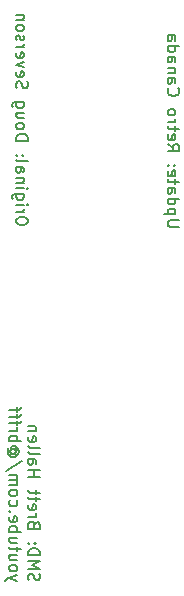
<source format=gbr>
%TF.GenerationSoftware,KiCad,Pcbnew,7.0.6-0*%
%TF.CreationDate,2023-08-27T17:26:56+10:00*%
%TF.ProjectId,PC-SPRINT_SMD,50432d53-5052-4494-9e54-5f534d442e6b,rev?*%
%TF.SameCoordinates,Original*%
%TF.FileFunction,Legend,Bot*%
%TF.FilePolarity,Positive*%
%FSLAX46Y46*%
G04 Gerber Fmt 4.6, Leading zero omitted, Abs format (unit mm)*
G04 Created by KiCad (PCBNEW 7.0.6-0) date 2023-08-27 17:26:56*
%MOMM*%
%LPD*%
G01*
G04 APERTURE LIST*
%ADD10C,0.150000*%
G04 APERTURE END LIST*
D10*
X81838272Y-106958493D02*
X81790652Y-106815636D01*
X81790652Y-106815636D02*
X81790652Y-106577541D01*
X81790652Y-106577541D02*
X81838272Y-106482303D01*
X81838272Y-106482303D02*
X81885891Y-106434684D01*
X81885891Y-106434684D02*
X81981129Y-106387065D01*
X81981129Y-106387065D02*
X82076367Y-106387065D01*
X82076367Y-106387065D02*
X82171605Y-106434684D01*
X82171605Y-106434684D02*
X82219224Y-106482303D01*
X82219224Y-106482303D02*
X82266843Y-106577541D01*
X82266843Y-106577541D02*
X82314462Y-106768017D01*
X82314462Y-106768017D02*
X82362081Y-106863255D01*
X82362081Y-106863255D02*
X82409700Y-106910874D01*
X82409700Y-106910874D02*
X82504938Y-106958493D01*
X82504938Y-106958493D02*
X82600176Y-106958493D01*
X82600176Y-106958493D02*
X82695414Y-106910874D01*
X82695414Y-106910874D02*
X82743033Y-106863255D01*
X82743033Y-106863255D02*
X82790652Y-106768017D01*
X82790652Y-106768017D02*
X82790652Y-106529922D01*
X82790652Y-106529922D02*
X82743033Y-106387065D01*
X81790652Y-105958493D02*
X82790652Y-105958493D01*
X82790652Y-105958493D02*
X82076367Y-105625160D01*
X82076367Y-105625160D02*
X82790652Y-105291827D01*
X82790652Y-105291827D02*
X81790652Y-105291827D01*
X81790652Y-104815636D02*
X82790652Y-104815636D01*
X82790652Y-104815636D02*
X82790652Y-104577541D01*
X82790652Y-104577541D02*
X82743033Y-104434684D01*
X82743033Y-104434684D02*
X82647795Y-104339446D01*
X82647795Y-104339446D02*
X82552557Y-104291827D01*
X82552557Y-104291827D02*
X82362081Y-104244208D01*
X82362081Y-104244208D02*
X82219224Y-104244208D01*
X82219224Y-104244208D02*
X82028748Y-104291827D01*
X82028748Y-104291827D02*
X81933510Y-104339446D01*
X81933510Y-104339446D02*
X81838272Y-104434684D01*
X81838272Y-104434684D02*
X81790652Y-104577541D01*
X81790652Y-104577541D02*
X81790652Y-104815636D01*
X81885891Y-103815636D02*
X81838272Y-103768017D01*
X81838272Y-103768017D02*
X81790652Y-103815636D01*
X81790652Y-103815636D02*
X81838272Y-103863255D01*
X81838272Y-103863255D02*
X81885891Y-103815636D01*
X81885891Y-103815636D02*
X81790652Y-103815636D01*
X82409700Y-103815636D02*
X82362081Y-103768017D01*
X82362081Y-103768017D02*
X82314462Y-103815636D01*
X82314462Y-103815636D02*
X82362081Y-103863255D01*
X82362081Y-103863255D02*
X82409700Y-103815636D01*
X82409700Y-103815636D02*
X82314462Y-103815636D01*
X82314462Y-102244208D02*
X82266843Y-102101351D01*
X82266843Y-102101351D02*
X82219224Y-102053732D01*
X82219224Y-102053732D02*
X82123986Y-102006113D01*
X82123986Y-102006113D02*
X81981129Y-102006113D01*
X81981129Y-102006113D02*
X81885891Y-102053732D01*
X81885891Y-102053732D02*
X81838272Y-102101351D01*
X81838272Y-102101351D02*
X81790652Y-102196589D01*
X81790652Y-102196589D02*
X81790652Y-102577541D01*
X81790652Y-102577541D02*
X82790652Y-102577541D01*
X82790652Y-102577541D02*
X82790652Y-102244208D01*
X82790652Y-102244208D02*
X82743033Y-102148970D01*
X82743033Y-102148970D02*
X82695414Y-102101351D01*
X82695414Y-102101351D02*
X82600176Y-102053732D01*
X82600176Y-102053732D02*
X82504938Y-102053732D01*
X82504938Y-102053732D02*
X82409700Y-102101351D01*
X82409700Y-102101351D02*
X82362081Y-102148970D01*
X82362081Y-102148970D02*
X82314462Y-102244208D01*
X82314462Y-102244208D02*
X82314462Y-102577541D01*
X81790652Y-101577541D02*
X82457319Y-101577541D01*
X82266843Y-101577541D02*
X82362081Y-101529922D01*
X82362081Y-101529922D02*
X82409700Y-101482303D01*
X82409700Y-101482303D02*
X82457319Y-101387065D01*
X82457319Y-101387065D02*
X82457319Y-101291827D01*
X81838272Y-100577541D02*
X81790652Y-100672779D01*
X81790652Y-100672779D02*
X81790652Y-100863255D01*
X81790652Y-100863255D02*
X81838272Y-100958493D01*
X81838272Y-100958493D02*
X81933510Y-101006112D01*
X81933510Y-101006112D02*
X82314462Y-101006112D01*
X82314462Y-101006112D02*
X82409700Y-100958493D01*
X82409700Y-100958493D02*
X82457319Y-100863255D01*
X82457319Y-100863255D02*
X82457319Y-100672779D01*
X82457319Y-100672779D02*
X82409700Y-100577541D01*
X82409700Y-100577541D02*
X82314462Y-100529922D01*
X82314462Y-100529922D02*
X82219224Y-100529922D01*
X82219224Y-100529922D02*
X82123986Y-101006112D01*
X82457319Y-100244207D02*
X82457319Y-99863255D01*
X82790652Y-100101350D02*
X81933510Y-100101350D01*
X81933510Y-100101350D02*
X81838272Y-100053731D01*
X81838272Y-100053731D02*
X81790652Y-99958493D01*
X81790652Y-99958493D02*
X81790652Y-99863255D01*
X82457319Y-99672778D02*
X82457319Y-99291826D01*
X82790652Y-99529921D02*
X81933510Y-99529921D01*
X81933510Y-99529921D02*
X81838272Y-99482302D01*
X81838272Y-99482302D02*
X81790652Y-99387064D01*
X81790652Y-99387064D02*
X81790652Y-99291826D01*
X81790652Y-98196587D02*
X82790652Y-98196587D01*
X82314462Y-98196587D02*
X82314462Y-97625159D01*
X81790652Y-97625159D02*
X82790652Y-97625159D01*
X81790652Y-96720397D02*
X82314462Y-96720397D01*
X82314462Y-96720397D02*
X82409700Y-96768016D01*
X82409700Y-96768016D02*
X82457319Y-96863254D01*
X82457319Y-96863254D02*
X82457319Y-97053730D01*
X82457319Y-97053730D02*
X82409700Y-97148968D01*
X81838272Y-96720397D02*
X81790652Y-96815635D01*
X81790652Y-96815635D02*
X81790652Y-97053730D01*
X81790652Y-97053730D02*
X81838272Y-97148968D01*
X81838272Y-97148968D02*
X81933510Y-97196587D01*
X81933510Y-97196587D02*
X82028748Y-97196587D01*
X82028748Y-97196587D02*
X82123986Y-97148968D01*
X82123986Y-97148968D02*
X82171605Y-97053730D01*
X82171605Y-97053730D02*
X82171605Y-96815635D01*
X82171605Y-96815635D02*
X82219224Y-96720397D01*
X81790652Y-96101349D02*
X81838272Y-96196587D01*
X81838272Y-96196587D02*
X81933510Y-96244206D01*
X81933510Y-96244206D02*
X82790652Y-96244206D01*
X81790652Y-95577539D02*
X81838272Y-95672777D01*
X81838272Y-95672777D02*
X81933510Y-95720396D01*
X81933510Y-95720396D02*
X82790652Y-95720396D01*
X81838272Y-94815634D02*
X81790652Y-94910872D01*
X81790652Y-94910872D02*
X81790652Y-95101348D01*
X81790652Y-95101348D02*
X81838272Y-95196586D01*
X81838272Y-95196586D02*
X81933510Y-95244205D01*
X81933510Y-95244205D02*
X82314462Y-95244205D01*
X82314462Y-95244205D02*
X82409700Y-95196586D01*
X82409700Y-95196586D02*
X82457319Y-95101348D01*
X82457319Y-95101348D02*
X82457319Y-94910872D01*
X82457319Y-94910872D02*
X82409700Y-94815634D01*
X82409700Y-94815634D02*
X82314462Y-94768015D01*
X82314462Y-94768015D02*
X82219224Y-94768015D01*
X82219224Y-94768015D02*
X82123986Y-95244205D01*
X82457319Y-94339443D02*
X81790652Y-94339443D01*
X82362081Y-94339443D02*
X82409700Y-94291824D01*
X82409700Y-94291824D02*
X82457319Y-94196586D01*
X82457319Y-94196586D02*
X82457319Y-94053729D01*
X82457319Y-94053729D02*
X82409700Y-93958491D01*
X82409700Y-93958491D02*
X82314462Y-93910872D01*
X82314462Y-93910872D02*
X81790652Y-93910872D01*
X80847319Y-107006112D02*
X80180652Y-106768017D01*
X80847319Y-106529922D02*
X80180652Y-106768017D01*
X80180652Y-106768017D02*
X79942557Y-106863255D01*
X79942557Y-106863255D02*
X79894938Y-106910874D01*
X79894938Y-106910874D02*
X79847319Y-107006112D01*
X80180652Y-106006112D02*
X80228272Y-106101350D01*
X80228272Y-106101350D02*
X80275891Y-106148969D01*
X80275891Y-106148969D02*
X80371129Y-106196588D01*
X80371129Y-106196588D02*
X80656843Y-106196588D01*
X80656843Y-106196588D02*
X80752081Y-106148969D01*
X80752081Y-106148969D02*
X80799700Y-106101350D01*
X80799700Y-106101350D02*
X80847319Y-106006112D01*
X80847319Y-106006112D02*
X80847319Y-105863255D01*
X80847319Y-105863255D02*
X80799700Y-105768017D01*
X80799700Y-105768017D02*
X80752081Y-105720398D01*
X80752081Y-105720398D02*
X80656843Y-105672779D01*
X80656843Y-105672779D02*
X80371129Y-105672779D01*
X80371129Y-105672779D02*
X80275891Y-105720398D01*
X80275891Y-105720398D02*
X80228272Y-105768017D01*
X80228272Y-105768017D02*
X80180652Y-105863255D01*
X80180652Y-105863255D02*
X80180652Y-106006112D01*
X80847319Y-104815636D02*
X80180652Y-104815636D01*
X80847319Y-105244207D02*
X80323510Y-105244207D01*
X80323510Y-105244207D02*
X80228272Y-105196588D01*
X80228272Y-105196588D02*
X80180652Y-105101350D01*
X80180652Y-105101350D02*
X80180652Y-104958493D01*
X80180652Y-104958493D02*
X80228272Y-104863255D01*
X80228272Y-104863255D02*
X80275891Y-104815636D01*
X80847319Y-104482302D02*
X80847319Y-104101350D01*
X81180652Y-104339445D02*
X80323510Y-104339445D01*
X80323510Y-104339445D02*
X80228272Y-104291826D01*
X80228272Y-104291826D02*
X80180652Y-104196588D01*
X80180652Y-104196588D02*
X80180652Y-104101350D01*
X80847319Y-103339445D02*
X80180652Y-103339445D01*
X80847319Y-103768016D02*
X80323510Y-103768016D01*
X80323510Y-103768016D02*
X80228272Y-103720397D01*
X80228272Y-103720397D02*
X80180652Y-103625159D01*
X80180652Y-103625159D02*
X80180652Y-103482302D01*
X80180652Y-103482302D02*
X80228272Y-103387064D01*
X80228272Y-103387064D02*
X80275891Y-103339445D01*
X80180652Y-102863254D02*
X81180652Y-102863254D01*
X80799700Y-102863254D02*
X80847319Y-102768016D01*
X80847319Y-102768016D02*
X80847319Y-102577540D01*
X80847319Y-102577540D02*
X80799700Y-102482302D01*
X80799700Y-102482302D02*
X80752081Y-102434683D01*
X80752081Y-102434683D02*
X80656843Y-102387064D01*
X80656843Y-102387064D02*
X80371129Y-102387064D01*
X80371129Y-102387064D02*
X80275891Y-102434683D01*
X80275891Y-102434683D02*
X80228272Y-102482302D01*
X80228272Y-102482302D02*
X80180652Y-102577540D01*
X80180652Y-102577540D02*
X80180652Y-102768016D01*
X80180652Y-102768016D02*
X80228272Y-102863254D01*
X80228272Y-101577540D02*
X80180652Y-101672778D01*
X80180652Y-101672778D02*
X80180652Y-101863254D01*
X80180652Y-101863254D02*
X80228272Y-101958492D01*
X80228272Y-101958492D02*
X80323510Y-102006111D01*
X80323510Y-102006111D02*
X80704462Y-102006111D01*
X80704462Y-102006111D02*
X80799700Y-101958492D01*
X80799700Y-101958492D02*
X80847319Y-101863254D01*
X80847319Y-101863254D02*
X80847319Y-101672778D01*
X80847319Y-101672778D02*
X80799700Y-101577540D01*
X80799700Y-101577540D02*
X80704462Y-101529921D01*
X80704462Y-101529921D02*
X80609224Y-101529921D01*
X80609224Y-101529921D02*
X80513986Y-102006111D01*
X80275891Y-101101349D02*
X80228272Y-101053730D01*
X80228272Y-101053730D02*
X80180652Y-101101349D01*
X80180652Y-101101349D02*
X80228272Y-101148968D01*
X80228272Y-101148968D02*
X80275891Y-101101349D01*
X80275891Y-101101349D02*
X80180652Y-101101349D01*
X80228272Y-100196588D02*
X80180652Y-100291826D01*
X80180652Y-100291826D02*
X80180652Y-100482302D01*
X80180652Y-100482302D02*
X80228272Y-100577540D01*
X80228272Y-100577540D02*
X80275891Y-100625159D01*
X80275891Y-100625159D02*
X80371129Y-100672778D01*
X80371129Y-100672778D02*
X80656843Y-100672778D01*
X80656843Y-100672778D02*
X80752081Y-100625159D01*
X80752081Y-100625159D02*
X80799700Y-100577540D01*
X80799700Y-100577540D02*
X80847319Y-100482302D01*
X80847319Y-100482302D02*
X80847319Y-100291826D01*
X80847319Y-100291826D02*
X80799700Y-100196588D01*
X80180652Y-99625159D02*
X80228272Y-99720397D01*
X80228272Y-99720397D02*
X80275891Y-99768016D01*
X80275891Y-99768016D02*
X80371129Y-99815635D01*
X80371129Y-99815635D02*
X80656843Y-99815635D01*
X80656843Y-99815635D02*
X80752081Y-99768016D01*
X80752081Y-99768016D02*
X80799700Y-99720397D01*
X80799700Y-99720397D02*
X80847319Y-99625159D01*
X80847319Y-99625159D02*
X80847319Y-99482302D01*
X80847319Y-99482302D02*
X80799700Y-99387064D01*
X80799700Y-99387064D02*
X80752081Y-99339445D01*
X80752081Y-99339445D02*
X80656843Y-99291826D01*
X80656843Y-99291826D02*
X80371129Y-99291826D01*
X80371129Y-99291826D02*
X80275891Y-99339445D01*
X80275891Y-99339445D02*
X80228272Y-99387064D01*
X80228272Y-99387064D02*
X80180652Y-99482302D01*
X80180652Y-99482302D02*
X80180652Y-99625159D01*
X80180652Y-98863254D02*
X80847319Y-98863254D01*
X80752081Y-98863254D02*
X80799700Y-98815635D01*
X80799700Y-98815635D02*
X80847319Y-98720397D01*
X80847319Y-98720397D02*
X80847319Y-98577540D01*
X80847319Y-98577540D02*
X80799700Y-98482302D01*
X80799700Y-98482302D02*
X80704462Y-98434683D01*
X80704462Y-98434683D02*
X80180652Y-98434683D01*
X80704462Y-98434683D02*
X80799700Y-98387064D01*
X80799700Y-98387064D02*
X80847319Y-98291826D01*
X80847319Y-98291826D02*
X80847319Y-98148969D01*
X80847319Y-98148969D02*
X80799700Y-98053730D01*
X80799700Y-98053730D02*
X80704462Y-98006111D01*
X80704462Y-98006111D02*
X80180652Y-98006111D01*
X81228272Y-96815636D02*
X79942557Y-97672778D01*
X80656843Y-95863255D02*
X80704462Y-95910874D01*
X80704462Y-95910874D02*
X80752081Y-96006112D01*
X80752081Y-96006112D02*
X80752081Y-96101350D01*
X80752081Y-96101350D02*
X80704462Y-96196588D01*
X80704462Y-96196588D02*
X80656843Y-96244207D01*
X80656843Y-96244207D02*
X80561605Y-96291826D01*
X80561605Y-96291826D02*
X80466367Y-96291826D01*
X80466367Y-96291826D02*
X80371129Y-96244207D01*
X80371129Y-96244207D02*
X80323510Y-96196588D01*
X80323510Y-96196588D02*
X80275891Y-96101350D01*
X80275891Y-96101350D02*
X80275891Y-96006112D01*
X80275891Y-96006112D02*
X80323510Y-95910874D01*
X80323510Y-95910874D02*
X80371129Y-95863255D01*
X80752081Y-95863255D02*
X80371129Y-95863255D01*
X80371129Y-95863255D02*
X80323510Y-95815636D01*
X80323510Y-95815636D02*
X80323510Y-95768017D01*
X80323510Y-95768017D02*
X80371129Y-95672778D01*
X80371129Y-95672778D02*
X80466367Y-95625159D01*
X80466367Y-95625159D02*
X80704462Y-95625159D01*
X80704462Y-95625159D02*
X80847319Y-95720398D01*
X80847319Y-95720398D02*
X80942557Y-95863255D01*
X80942557Y-95863255D02*
X80990176Y-96053731D01*
X80990176Y-96053731D02*
X80942557Y-96244207D01*
X80942557Y-96244207D02*
X80847319Y-96387064D01*
X80847319Y-96387064D02*
X80704462Y-96482302D01*
X80704462Y-96482302D02*
X80513986Y-96529921D01*
X80513986Y-96529921D02*
X80323510Y-96482302D01*
X80323510Y-96482302D02*
X80180652Y-96387064D01*
X80180652Y-96387064D02*
X80085414Y-96244207D01*
X80085414Y-96244207D02*
X80037795Y-96053731D01*
X80037795Y-96053731D02*
X80085414Y-95863255D01*
X80085414Y-95863255D02*
X80180652Y-95720398D01*
X80180652Y-95196588D02*
X81180652Y-95196588D01*
X80799700Y-95196588D02*
X80847319Y-95101350D01*
X80847319Y-95101350D02*
X80847319Y-94910874D01*
X80847319Y-94910874D02*
X80799700Y-94815636D01*
X80799700Y-94815636D02*
X80752081Y-94768017D01*
X80752081Y-94768017D02*
X80656843Y-94720398D01*
X80656843Y-94720398D02*
X80371129Y-94720398D01*
X80371129Y-94720398D02*
X80275891Y-94768017D01*
X80275891Y-94768017D02*
X80228272Y-94815636D01*
X80228272Y-94815636D02*
X80180652Y-94910874D01*
X80180652Y-94910874D02*
X80180652Y-95101350D01*
X80180652Y-95101350D02*
X80228272Y-95196588D01*
X80180652Y-94291826D02*
X80847319Y-94291826D01*
X80656843Y-94291826D02*
X80752081Y-94244207D01*
X80752081Y-94244207D02*
X80799700Y-94196588D01*
X80799700Y-94196588D02*
X80847319Y-94101350D01*
X80847319Y-94101350D02*
X80847319Y-94006112D01*
X80847319Y-93815635D02*
X80847319Y-93434683D01*
X80180652Y-93672778D02*
X81037795Y-93672778D01*
X81037795Y-93672778D02*
X81133033Y-93625159D01*
X81133033Y-93625159D02*
X81180652Y-93529921D01*
X81180652Y-93529921D02*
X81180652Y-93434683D01*
X80847319Y-93244206D02*
X80847319Y-92863254D01*
X80180652Y-93101349D02*
X81037795Y-93101349D01*
X81037795Y-93101349D02*
X81133033Y-93053730D01*
X81133033Y-93053730D02*
X81180652Y-92958492D01*
X81180652Y-92958492D02*
X81180652Y-92863254D01*
X80847319Y-92672777D02*
X80847319Y-92291825D01*
X80180652Y-92529920D02*
X81037795Y-92529920D01*
X81037795Y-92529920D02*
X81133033Y-92482301D01*
X81133033Y-92482301D02*
X81180652Y-92387063D01*
X81180652Y-92387063D02*
X81180652Y-92291825D01*
X94585519Y-77018009D02*
X93775996Y-77018009D01*
X93775996Y-77018009D02*
X93680758Y-76970390D01*
X93680758Y-76970390D02*
X93633139Y-76922771D01*
X93633139Y-76922771D02*
X93585519Y-76827533D01*
X93585519Y-76827533D02*
X93585519Y-76637057D01*
X93585519Y-76637057D02*
X93633139Y-76541819D01*
X93633139Y-76541819D02*
X93680758Y-76494200D01*
X93680758Y-76494200D02*
X93775996Y-76446581D01*
X93775996Y-76446581D02*
X94585519Y-76446581D01*
X94252186Y-75970390D02*
X93252186Y-75970390D01*
X94204567Y-75970390D02*
X94252186Y-75875152D01*
X94252186Y-75875152D02*
X94252186Y-75684676D01*
X94252186Y-75684676D02*
X94204567Y-75589438D01*
X94204567Y-75589438D02*
X94156948Y-75541819D01*
X94156948Y-75541819D02*
X94061710Y-75494200D01*
X94061710Y-75494200D02*
X93775996Y-75494200D01*
X93775996Y-75494200D02*
X93680758Y-75541819D01*
X93680758Y-75541819D02*
X93633139Y-75589438D01*
X93633139Y-75589438D02*
X93585519Y-75684676D01*
X93585519Y-75684676D02*
X93585519Y-75875152D01*
X93585519Y-75875152D02*
X93633139Y-75970390D01*
X93585519Y-74637057D02*
X94585519Y-74637057D01*
X93633139Y-74637057D02*
X93585519Y-74732295D01*
X93585519Y-74732295D02*
X93585519Y-74922771D01*
X93585519Y-74922771D02*
X93633139Y-75018009D01*
X93633139Y-75018009D02*
X93680758Y-75065628D01*
X93680758Y-75065628D02*
X93775996Y-75113247D01*
X93775996Y-75113247D02*
X94061710Y-75113247D01*
X94061710Y-75113247D02*
X94156948Y-75065628D01*
X94156948Y-75065628D02*
X94204567Y-75018009D01*
X94204567Y-75018009D02*
X94252186Y-74922771D01*
X94252186Y-74922771D02*
X94252186Y-74732295D01*
X94252186Y-74732295D02*
X94204567Y-74637057D01*
X93585519Y-73732295D02*
X94109329Y-73732295D01*
X94109329Y-73732295D02*
X94204567Y-73779914D01*
X94204567Y-73779914D02*
X94252186Y-73875152D01*
X94252186Y-73875152D02*
X94252186Y-74065628D01*
X94252186Y-74065628D02*
X94204567Y-74160866D01*
X93633139Y-73732295D02*
X93585519Y-73827533D01*
X93585519Y-73827533D02*
X93585519Y-74065628D01*
X93585519Y-74065628D02*
X93633139Y-74160866D01*
X93633139Y-74160866D02*
X93728377Y-74208485D01*
X93728377Y-74208485D02*
X93823615Y-74208485D01*
X93823615Y-74208485D02*
X93918853Y-74160866D01*
X93918853Y-74160866D02*
X93966472Y-74065628D01*
X93966472Y-74065628D02*
X93966472Y-73827533D01*
X93966472Y-73827533D02*
X94014091Y-73732295D01*
X94252186Y-73398961D02*
X94252186Y-73018009D01*
X94585519Y-73256104D02*
X93728377Y-73256104D01*
X93728377Y-73256104D02*
X93633139Y-73208485D01*
X93633139Y-73208485D02*
X93585519Y-73113247D01*
X93585519Y-73113247D02*
X93585519Y-73018009D01*
X93633139Y-72303723D02*
X93585519Y-72398961D01*
X93585519Y-72398961D02*
X93585519Y-72589437D01*
X93585519Y-72589437D02*
X93633139Y-72684675D01*
X93633139Y-72684675D02*
X93728377Y-72732294D01*
X93728377Y-72732294D02*
X94109329Y-72732294D01*
X94109329Y-72732294D02*
X94204567Y-72684675D01*
X94204567Y-72684675D02*
X94252186Y-72589437D01*
X94252186Y-72589437D02*
X94252186Y-72398961D01*
X94252186Y-72398961D02*
X94204567Y-72303723D01*
X94204567Y-72303723D02*
X94109329Y-72256104D01*
X94109329Y-72256104D02*
X94014091Y-72256104D01*
X94014091Y-72256104D02*
X93918853Y-72732294D01*
X93680758Y-71827532D02*
X93633139Y-71779913D01*
X93633139Y-71779913D02*
X93585519Y-71827532D01*
X93585519Y-71827532D02*
X93633139Y-71875151D01*
X93633139Y-71875151D02*
X93680758Y-71827532D01*
X93680758Y-71827532D02*
X93585519Y-71827532D01*
X94204567Y-71827532D02*
X94156948Y-71779913D01*
X94156948Y-71779913D02*
X94109329Y-71827532D01*
X94109329Y-71827532D02*
X94156948Y-71875151D01*
X94156948Y-71875151D02*
X94204567Y-71827532D01*
X94204567Y-71827532D02*
X94109329Y-71827532D01*
X93585519Y-70018009D02*
X94061710Y-70351342D01*
X93585519Y-70589437D02*
X94585519Y-70589437D01*
X94585519Y-70589437D02*
X94585519Y-70208485D01*
X94585519Y-70208485D02*
X94537900Y-70113247D01*
X94537900Y-70113247D02*
X94490281Y-70065628D01*
X94490281Y-70065628D02*
X94395043Y-70018009D01*
X94395043Y-70018009D02*
X94252186Y-70018009D01*
X94252186Y-70018009D02*
X94156948Y-70065628D01*
X94156948Y-70065628D02*
X94109329Y-70113247D01*
X94109329Y-70113247D02*
X94061710Y-70208485D01*
X94061710Y-70208485D02*
X94061710Y-70589437D01*
X93633139Y-69208485D02*
X93585519Y-69303723D01*
X93585519Y-69303723D02*
X93585519Y-69494199D01*
X93585519Y-69494199D02*
X93633139Y-69589437D01*
X93633139Y-69589437D02*
X93728377Y-69637056D01*
X93728377Y-69637056D02*
X94109329Y-69637056D01*
X94109329Y-69637056D02*
X94204567Y-69589437D01*
X94204567Y-69589437D02*
X94252186Y-69494199D01*
X94252186Y-69494199D02*
X94252186Y-69303723D01*
X94252186Y-69303723D02*
X94204567Y-69208485D01*
X94204567Y-69208485D02*
X94109329Y-69160866D01*
X94109329Y-69160866D02*
X94014091Y-69160866D01*
X94014091Y-69160866D02*
X93918853Y-69637056D01*
X94252186Y-68875151D02*
X94252186Y-68494199D01*
X94585519Y-68732294D02*
X93728377Y-68732294D01*
X93728377Y-68732294D02*
X93633139Y-68684675D01*
X93633139Y-68684675D02*
X93585519Y-68589437D01*
X93585519Y-68589437D02*
X93585519Y-68494199D01*
X93585519Y-68160865D02*
X94252186Y-68160865D01*
X94061710Y-68160865D02*
X94156948Y-68113246D01*
X94156948Y-68113246D02*
X94204567Y-68065627D01*
X94204567Y-68065627D02*
X94252186Y-67970389D01*
X94252186Y-67970389D02*
X94252186Y-67875151D01*
X93585519Y-67398960D02*
X93633139Y-67494198D01*
X93633139Y-67494198D02*
X93680758Y-67541817D01*
X93680758Y-67541817D02*
X93775996Y-67589436D01*
X93775996Y-67589436D02*
X94061710Y-67589436D01*
X94061710Y-67589436D02*
X94156948Y-67541817D01*
X94156948Y-67541817D02*
X94204567Y-67494198D01*
X94204567Y-67494198D02*
X94252186Y-67398960D01*
X94252186Y-67398960D02*
X94252186Y-67256103D01*
X94252186Y-67256103D02*
X94204567Y-67160865D01*
X94204567Y-67160865D02*
X94156948Y-67113246D01*
X94156948Y-67113246D02*
X94061710Y-67065627D01*
X94061710Y-67065627D02*
X93775996Y-67065627D01*
X93775996Y-67065627D02*
X93680758Y-67113246D01*
X93680758Y-67113246D02*
X93633139Y-67160865D01*
X93633139Y-67160865D02*
X93585519Y-67256103D01*
X93585519Y-67256103D02*
X93585519Y-67398960D01*
X93680758Y-65303722D02*
X93633139Y-65351341D01*
X93633139Y-65351341D02*
X93585519Y-65494198D01*
X93585519Y-65494198D02*
X93585519Y-65589436D01*
X93585519Y-65589436D02*
X93633139Y-65732293D01*
X93633139Y-65732293D02*
X93728377Y-65827531D01*
X93728377Y-65827531D02*
X93823615Y-65875150D01*
X93823615Y-65875150D02*
X94014091Y-65922769D01*
X94014091Y-65922769D02*
X94156948Y-65922769D01*
X94156948Y-65922769D02*
X94347424Y-65875150D01*
X94347424Y-65875150D02*
X94442662Y-65827531D01*
X94442662Y-65827531D02*
X94537900Y-65732293D01*
X94537900Y-65732293D02*
X94585519Y-65589436D01*
X94585519Y-65589436D02*
X94585519Y-65494198D01*
X94585519Y-65494198D02*
X94537900Y-65351341D01*
X94537900Y-65351341D02*
X94490281Y-65303722D01*
X93585519Y-64446579D02*
X94109329Y-64446579D01*
X94109329Y-64446579D02*
X94204567Y-64494198D01*
X94204567Y-64494198D02*
X94252186Y-64589436D01*
X94252186Y-64589436D02*
X94252186Y-64779912D01*
X94252186Y-64779912D02*
X94204567Y-64875150D01*
X93633139Y-64446579D02*
X93585519Y-64541817D01*
X93585519Y-64541817D02*
X93585519Y-64779912D01*
X93585519Y-64779912D02*
X93633139Y-64875150D01*
X93633139Y-64875150D02*
X93728377Y-64922769D01*
X93728377Y-64922769D02*
X93823615Y-64922769D01*
X93823615Y-64922769D02*
X93918853Y-64875150D01*
X93918853Y-64875150D02*
X93966472Y-64779912D01*
X93966472Y-64779912D02*
X93966472Y-64541817D01*
X93966472Y-64541817D02*
X94014091Y-64446579D01*
X94252186Y-63970388D02*
X93585519Y-63970388D01*
X94156948Y-63970388D02*
X94204567Y-63922769D01*
X94204567Y-63922769D02*
X94252186Y-63827531D01*
X94252186Y-63827531D02*
X94252186Y-63684674D01*
X94252186Y-63684674D02*
X94204567Y-63589436D01*
X94204567Y-63589436D02*
X94109329Y-63541817D01*
X94109329Y-63541817D02*
X93585519Y-63541817D01*
X93585519Y-62637055D02*
X94109329Y-62637055D01*
X94109329Y-62637055D02*
X94204567Y-62684674D01*
X94204567Y-62684674D02*
X94252186Y-62779912D01*
X94252186Y-62779912D02*
X94252186Y-62970388D01*
X94252186Y-62970388D02*
X94204567Y-63065626D01*
X93633139Y-62637055D02*
X93585519Y-62732293D01*
X93585519Y-62732293D02*
X93585519Y-62970388D01*
X93585519Y-62970388D02*
X93633139Y-63065626D01*
X93633139Y-63065626D02*
X93728377Y-63113245D01*
X93728377Y-63113245D02*
X93823615Y-63113245D01*
X93823615Y-63113245D02*
X93918853Y-63065626D01*
X93918853Y-63065626D02*
X93966472Y-62970388D01*
X93966472Y-62970388D02*
X93966472Y-62732293D01*
X93966472Y-62732293D02*
X94014091Y-62637055D01*
X93585519Y-61732293D02*
X94585519Y-61732293D01*
X93633139Y-61732293D02*
X93585519Y-61827531D01*
X93585519Y-61827531D02*
X93585519Y-62018007D01*
X93585519Y-62018007D02*
X93633139Y-62113245D01*
X93633139Y-62113245D02*
X93680758Y-62160864D01*
X93680758Y-62160864D02*
X93775996Y-62208483D01*
X93775996Y-62208483D02*
X94061710Y-62208483D01*
X94061710Y-62208483D02*
X94156948Y-62160864D01*
X94156948Y-62160864D02*
X94204567Y-62113245D01*
X94204567Y-62113245D02*
X94252186Y-62018007D01*
X94252186Y-62018007D02*
X94252186Y-61827531D01*
X94252186Y-61827531D02*
X94204567Y-61732293D01*
X93585519Y-60827531D02*
X94109329Y-60827531D01*
X94109329Y-60827531D02*
X94204567Y-60875150D01*
X94204567Y-60875150D02*
X94252186Y-60970388D01*
X94252186Y-60970388D02*
X94252186Y-61160864D01*
X94252186Y-61160864D02*
X94204567Y-61256102D01*
X93633139Y-60827531D02*
X93585519Y-60922769D01*
X93585519Y-60922769D02*
X93585519Y-61160864D01*
X93585519Y-61160864D02*
X93633139Y-61256102D01*
X93633139Y-61256102D02*
X93728377Y-61303721D01*
X93728377Y-61303721D02*
X93823615Y-61303721D01*
X93823615Y-61303721D02*
X93918853Y-61256102D01*
X93918853Y-61256102D02*
X93966472Y-61160864D01*
X93966472Y-61160864D02*
X93966472Y-60922769D01*
X93966472Y-60922769D02*
X94014091Y-60827531D01*
X81754522Y-76625999D02*
X81754522Y-76435523D01*
X81754522Y-76435523D02*
X81706903Y-76340285D01*
X81706903Y-76340285D02*
X81611665Y-76245047D01*
X81611665Y-76245047D02*
X81421189Y-76197428D01*
X81421189Y-76197428D02*
X81087856Y-76197428D01*
X81087856Y-76197428D02*
X80897380Y-76245047D01*
X80897380Y-76245047D02*
X80802142Y-76340285D01*
X80802142Y-76340285D02*
X80754522Y-76435523D01*
X80754522Y-76435523D02*
X80754522Y-76625999D01*
X80754522Y-76625999D02*
X80802142Y-76721237D01*
X80802142Y-76721237D02*
X80897380Y-76816475D01*
X80897380Y-76816475D02*
X81087856Y-76864094D01*
X81087856Y-76864094D02*
X81421189Y-76864094D01*
X81421189Y-76864094D02*
X81611665Y-76816475D01*
X81611665Y-76816475D02*
X81706903Y-76721237D01*
X81706903Y-76721237D02*
X81754522Y-76625999D01*
X80754522Y-75768856D02*
X81421189Y-75768856D01*
X81230713Y-75768856D02*
X81325951Y-75721237D01*
X81325951Y-75721237D02*
X81373570Y-75673618D01*
X81373570Y-75673618D02*
X81421189Y-75578380D01*
X81421189Y-75578380D02*
X81421189Y-75483142D01*
X80754522Y-75149808D02*
X81421189Y-75149808D01*
X81754522Y-75149808D02*
X81706903Y-75197427D01*
X81706903Y-75197427D02*
X81659284Y-75149808D01*
X81659284Y-75149808D02*
X81706903Y-75102189D01*
X81706903Y-75102189D02*
X81754522Y-75149808D01*
X81754522Y-75149808D02*
X81659284Y-75149808D01*
X81421189Y-74245047D02*
X80611665Y-74245047D01*
X80611665Y-74245047D02*
X80516427Y-74292666D01*
X80516427Y-74292666D02*
X80468808Y-74340285D01*
X80468808Y-74340285D02*
X80421189Y-74435523D01*
X80421189Y-74435523D02*
X80421189Y-74578380D01*
X80421189Y-74578380D02*
X80468808Y-74673618D01*
X80802142Y-74245047D02*
X80754522Y-74340285D01*
X80754522Y-74340285D02*
X80754522Y-74530761D01*
X80754522Y-74530761D02*
X80802142Y-74625999D01*
X80802142Y-74625999D02*
X80849761Y-74673618D01*
X80849761Y-74673618D02*
X80944999Y-74721237D01*
X80944999Y-74721237D02*
X81230713Y-74721237D01*
X81230713Y-74721237D02*
X81325951Y-74673618D01*
X81325951Y-74673618D02*
X81373570Y-74625999D01*
X81373570Y-74625999D02*
X81421189Y-74530761D01*
X81421189Y-74530761D02*
X81421189Y-74340285D01*
X81421189Y-74340285D02*
X81373570Y-74245047D01*
X80754522Y-73768856D02*
X81421189Y-73768856D01*
X81754522Y-73768856D02*
X81706903Y-73816475D01*
X81706903Y-73816475D02*
X81659284Y-73768856D01*
X81659284Y-73768856D02*
X81706903Y-73721237D01*
X81706903Y-73721237D02*
X81754522Y-73768856D01*
X81754522Y-73768856D02*
X81659284Y-73768856D01*
X81421189Y-73292666D02*
X80754522Y-73292666D01*
X81325951Y-73292666D02*
X81373570Y-73245047D01*
X81373570Y-73245047D02*
X81421189Y-73149809D01*
X81421189Y-73149809D02*
X81421189Y-73006952D01*
X81421189Y-73006952D02*
X81373570Y-72911714D01*
X81373570Y-72911714D02*
X81278332Y-72864095D01*
X81278332Y-72864095D02*
X80754522Y-72864095D01*
X80754522Y-71959333D02*
X81278332Y-71959333D01*
X81278332Y-71959333D02*
X81373570Y-72006952D01*
X81373570Y-72006952D02*
X81421189Y-72102190D01*
X81421189Y-72102190D02*
X81421189Y-72292666D01*
X81421189Y-72292666D02*
X81373570Y-72387904D01*
X80802142Y-71959333D02*
X80754522Y-72054571D01*
X80754522Y-72054571D02*
X80754522Y-72292666D01*
X80754522Y-72292666D02*
X80802142Y-72387904D01*
X80802142Y-72387904D02*
X80897380Y-72435523D01*
X80897380Y-72435523D02*
X80992618Y-72435523D01*
X80992618Y-72435523D02*
X81087856Y-72387904D01*
X81087856Y-72387904D02*
X81135475Y-72292666D01*
X81135475Y-72292666D02*
X81135475Y-72054571D01*
X81135475Y-72054571D02*
X81183094Y-71959333D01*
X80754522Y-71340285D02*
X80802142Y-71435523D01*
X80802142Y-71435523D02*
X80897380Y-71483142D01*
X80897380Y-71483142D02*
X81754522Y-71483142D01*
X80849761Y-70959332D02*
X80802142Y-70911713D01*
X80802142Y-70911713D02*
X80754522Y-70959332D01*
X80754522Y-70959332D02*
X80802142Y-71006951D01*
X80802142Y-71006951D02*
X80849761Y-70959332D01*
X80849761Y-70959332D02*
X80754522Y-70959332D01*
X81373570Y-70959332D02*
X81325951Y-70911713D01*
X81325951Y-70911713D02*
X81278332Y-70959332D01*
X81278332Y-70959332D02*
X81325951Y-71006951D01*
X81325951Y-71006951D02*
X81373570Y-70959332D01*
X81373570Y-70959332D02*
X81278332Y-70959332D01*
X80754522Y-69721237D02*
X81754522Y-69721237D01*
X81754522Y-69721237D02*
X81754522Y-69483142D01*
X81754522Y-69483142D02*
X81706903Y-69340285D01*
X81706903Y-69340285D02*
X81611665Y-69245047D01*
X81611665Y-69245047D02*
X81516427Y-69197428D01*
X81516427Y-69197428D02*
X81325951Y-69149809D01*
X81325951Y-69149809D02*
X81183094Y-69149809D01*
X81183094Y-69149809D02*
X80992618Y-69197428D01*
X80992618Y-69197428D02*
X80897380Y-69245047D01*
X80897380Y-69245047D02*
X80802142Y-69340285D01*
X80802142Y-69340285D02*
X80754522Y-69483142D01*
X80754522Y-69483142D02*
X80754522Y-69721237D01*
X80754522Y-68578380D02*
X80802142Y-68673618D01*
X80802142Y-68673618D02*
X80849761Y-68721237D01*
X80849761Y-68721237D02*
X80944999Y-68768856D01*
X80944999Y-68768856D02*
X81230713Y-68768856D01*
X81230713Y-68768856D02*
X81325951Y-68721237D01*
X81325951Y-68721237D02*
X81373570Y-68673618D01*
X81373570Y-68673618D02*
X81421189Y-68578380D01*
X81421189Y-68578380D02*
X81421189Y-68435523D01*
X81421189Y-68435523D02*
X81373570Y-68340285D01*
X81373570Y-68340285D02*
X81325951Y-68292666D01*
X81325951Y-68292666D02*
X81230713Y-68245047D01*
X81230713Y-68245047D02*
X80944999Y-68245047D01*
X80944999Y-68245047D02*
X80849761Y-68292666D01*
X80849761Y-68292666D02*
X80802142Y-68340285D01*
X80802142Y-68340285D02*
X80754522Y-68435523D01*
X80754522Y-68435523D02*
X80754522Y-68578380D01*
X81421189Y-67387904D02*
X80754522Y-67387904D01*
X81421189Y-67816475D02*
X80897380Y-67816475D01*
X80897380Y-67816475D02*
X80802142Y-67768856D01*
X80802142Y-67768856D02*
X80754522Y-67673618D01*
X80754522Y-67673618D02*
X80754522Y-67530761D01*
X80754522Y-67530761D02*
X80802142Y-67435523D01*
X80802142Y-67435523D02*
X80849761Y-67387904D01*
X81421189Y-66483142D02*
X80611665Y-66483142D01*
X80611665Y-66483142D02*
X80516427Y-66530761D01*
X80516427Y-66530761D02*
X80468808Y-66578380D01*
X80468808Y-66578380D02*
X80421189Y-66673618D01*
X80421189Y-66673618D02*
X80421189Y-66816475D01*
X80421189Y-66816475D02*
X80468808Y-66911713D01*
X80802142Y-66483142D02*
X80754522Y-66578380D01*
X80754522Y-66578380D02*
X80754522Y-66768856D01*
X80754522Y-66768856D02*
X80802142Y-66864094D01*
X80802142Y-66864094D02*
X80849761Y-66911713D01*
X80849761Y-66911713D02*
X80944999Y-66959332D01*
X80944999Y-66959332D02*
X81230713Y-66959332D01*
X81230713Y-66959332D02*
X81325951Y-66911713D01*
X81325951Y-66911713D02*
X81373570Y-66864094D01*
X81373570Y-66864094D02*
X81421189Y-66768856D01*
X81421189Y-66768856D02*
X81421189Y-66578380D01*
X81421189Y-66578380D02*
X81373570Y-66483142D01*
X80802142Y-65292665D02*
X80754522Y-65149808D01*
X80754522Y-65149808D02*
X80754522Y-64911713D01*
X80754522Y-64911713D02*
X80802142Y-64816475D01*
X80802142Y-64816475D02*
X80849761Y-64768856D01*
X80849761Y-64768856D02*
X80944999Y-64721237D01*
X80944999Y-64721237D02*
X81040237Y-64721237D01*
X81040237Y-64721237D02*
X81135475Y-64768856D01*
X81135475Y-64768856D02*
X81183094Y-64816475D01*
X81183094Y-64816475D02*
X81230713Y-64911713D01*
X81230713Y-64911713D02*
X81278332Y-65102189D01*
X81278332Y-65102189D02*
X81325951Y-65197427D01*
X81325951Y-65197427D02*
X81373570Y-65245046D01*
X81373570Y-65245046D02*
X81468808Y-65292665D01*
X81468808Y-65292665D02*
X81564046Y-65292665D01*
X81564046Y-65292665D02*
X81659284Y-65245046D01*
X81659284Y-65245046D02*
X81706903Y-65197427D01*
X81706903Y-65197427D02*
X81754522Y-65102189D01*
X81754522Y-65102189D02*
X81754522Y-64864094D01*
X81754522Y-64864094D02*
X81706903Y-64721237D01*
X80802142Y-63911713D02*
X80754522Y-64006951D01*
X80754522Y-64006951D02*
X80754522Y-64197427D01*
X80754522Y-64197427D02*
X80802142Y-64292665D01*
X80802142Y-64292665D02*
X80897380Y-64340284D01*
X80897380Y-64340284D02*
X81278332Y-64340284D01*
X81278332Y-64340284D02*
X81373570Y-64292665D01*
X81373570Y-64292665D02*
X81421189Y-64197427D01*
X81421189Y-64197427D02*
X81421189Y-64006951D01*
X81421189Y-64006951D02*
X81373570Y-63911713D01*
X81373570Y-63911713D02*
X81278332Y-63864094D01*
X81278332Y-63864094D02*
X81183094Y-63864094D01*
X81183094Y-63864094D02*
X81087856Y-64340284D01*
X81421189Y-63530760D02*
X80754522Y-63292665D01*
X80754522Y-63292665D02*
X81421189Y-63054570D01*
X80802142Y-62292665D02*
X80754522Y-62387903D01*
X80754522Y-62387903D02*
X80754522Y-62578379D01*
X80754522Y-62578379D02*
X80802142Y-62673617D01*
X80802142Y-62673617D02*
X80897380Y-62721236D01*
X80897380Y-62721236D02*
X81278332Y-62721236D01*
X81278332Y-62721236D02*
X81373570Y-62673617D01*
X81373570Y-62673617D02*
X81421189Y-62578379D01*
X81421189Y-62578379D02*
X81421189Y-62387903D01*
X81421189Y-62387903D02*
X81373570Y-62292665D01*
X81373570Y-62292665D02*
X81278332Y-62245046D01*
X81278332Y-62245046D02*
X81183094Y-62245046D01*
X81183094Y-62245046D02*
X81087856Y-62721236D01*
X80754522Y-61816474D02*
X81421189Y-61816474D01*
X81230713Y-61816474D02*
X81325951Y-61768855D01*
X81325951Y-61768855D02*
X81373570Y-61721236D01*
X81373570Y-61721236D02*
X81421189Y-61625998D01*
X81421189Y-61625998D02*
X81421189Y-61530760D01*
X80802142Y-61245045D02*
X80754522Y-61149807D01*
X80754522Y-61149807D02*
X80754522Y-60959331D01*
X80754522Y-60959331D02*
X80802142Y-60864093D01*
X80802142Y-60864093D02*
X80897380Y-60816474D01*
X80897380Y-60816474D02*
X80944999Y-60816474D01*
X80944999Y-60816474D02*
X81040237Y-60864093D01*
X81040237Y-60864093D02*
X81087856Y-60959331D01*
X81087856Y-60959331D02*
X81087856Y-61102188D01*
X81087856Y-61102188D02*
X81135475Y-61197426D01*
X81135475Y-61197426D02*
X81230713Y-61245045D01*
X81230713Y-61245045D02*
X81278332Y-61245045D01*
X81278332Y-61245045D02*
X81373570Y-61197426D01*
X81373570Y-61197426D02*
X81421189Y-61102188D01*
X81421189Y-61102188D02*
X81421189Y-60959331D01*
X81421189Y-60959331D02*
X81373570Y-60864093D01*
X80754522Y-60245045D02*
X80802142Y-60340283D01*
X80802142Y-60340283D02*
X80849761Y-60387902D01*
X80849761Y-60387902D02*
X80944999Y-60435521D01*
X80944999Y-60435521D02*
X81230713Y-60435521D01*
X81230713Y-60435521D02*
X81325951Y-60387902D01*
X81325951Y-60387902D02*
X81373570Y-60340283D01*
X81373570Y-60340283D02*
X81421189Y-60245045D01*
X81421189Y-60245045D02*
X81421189Y-60102188D01*
X81421189Y-60102188D02*
X81373570Y-60006950D01*
X81373570Y-60006950D02*
X81325951Y-59959331D01*
X81325951Y-59959331D02*
X81230713Y-59911712D01*
X81230713Y-59911712D02*
X80944999Y-59911712D01*
X80944999Y-59911712D02*
X80849761Y-59959331D01*
X80849761Y-59959331D02*
X80802142Y-60006950D01*
X80802142Y-60006950D02*
X80754522Y-60102188D01*
X80754522Y-60102188D02*
X80754522Y-60245045D01*
X81421189Y-59483140D02*
X80754522Y-59483140D01*
X81325951Y-59483140D02*
X81373570Y-59435521D01*
X81373570Y-59435521D02*
X81421189Y-59340283D01*
X81421189Y-59340283D02*
X81421189Y-59197426D01*
X81421189Y-59197426D02*
X81373570Y-59102188D01*
X81373570Y-59102188D02*
X81278332Y-59054569D01*
X81278332Y-59054569D02*
X80754522Y-59054569D01*
M02*

</source>
